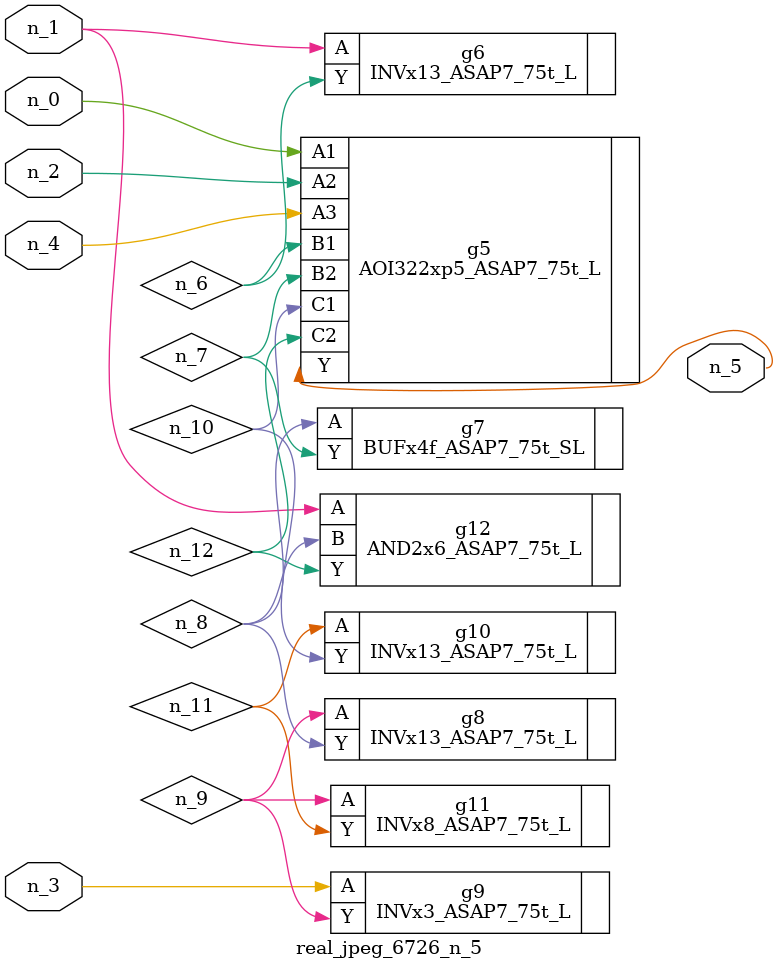
<source format=v>
module real_jpeg_6726_n_5 (n_4, n_0, n_1, n_2, n_3, n_5);

input n_4;
input n_0;
input n_1;
input n_2;
input n_3;

output n_5;

wire n_12;
wire n_8;
wire n_11;
wire n_6;
wire n_7;
wire n_10;
wire n_9;

AOI322xp5_ASAP7_75t_L g5 ( 
.A1(n_0),
.A2(n_2),
.A3(n_4),
.B1(n_6),
.B2(n_7),
.C1(n_10),
.C2(n_12),
.Y(n_5)
);

INVx13_ASAP7_75t_L g6 ( 
.A(n_1),
.Y(n_6)
);

AND2x6_ASAP7_75t_L g12 ( 
.A(n_1),
.B(n_8),
.Y(n_12)
);

INVx3_ASAP7_75t_L g9 ( 
.A(n_3),
.Y(n_9)
);

BUFx4f_ASAP7_75t_SL g7 ( 
.A(n_8),
.Y(n_7)
);

INVx13_ASAP7_75t_L g8 ( 
.A(n_9),
.Y(n_8)
);

INVx8_ASAP7_75t_L g11 ( 
.A(n_9),
.Y(n_11)
);

INVx13_ASAP7_75t_L g10 ( 
.A(n_11),
.Y(n_10)
);


endmodule
</source>
